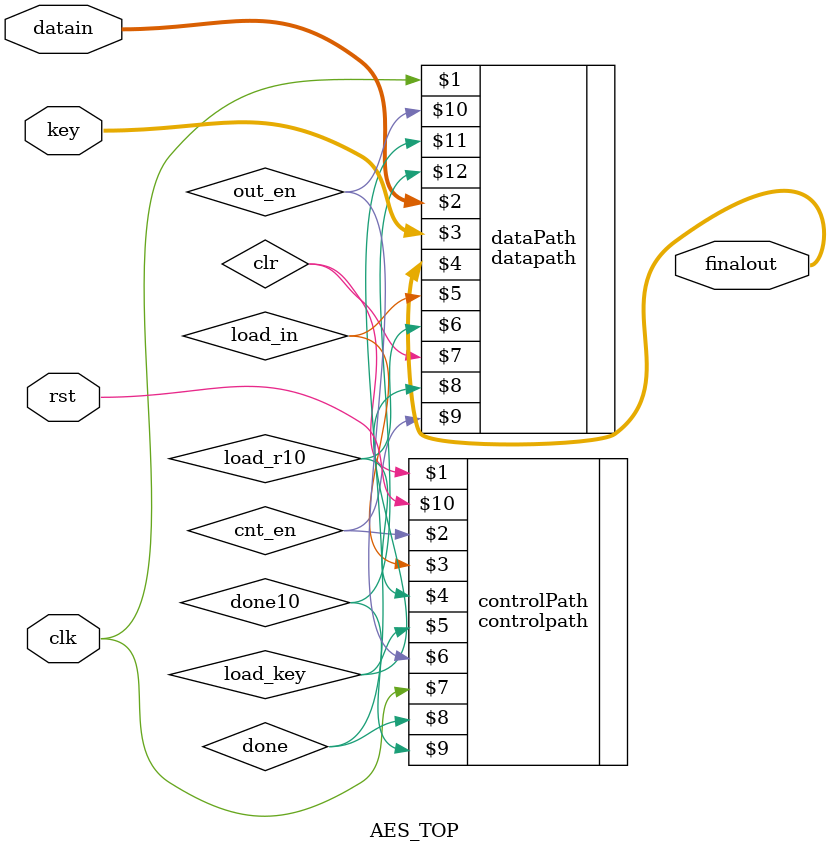
<source format=v>
`timescale 1ns / 1ps

module AES_TOP(clk,rst,finalout,datain,key);
    input clk,rst; 
    input [127:0] datain,key; 
    output [127:0] finalout;

    //wire [127:0] tempout;
    wire load_in,load_r10,clr,load_key,cnt_en,out_en,done,done10;

    datapath    dataPath    (clk,datain,key,finalout,load_in,load_r10,clr,load_key,cnt_en,out_en,done,done10);
    controlpath controlPath (clr,cnt_en,load_in,load_r10,load_key,out_en,clk,done,done10,rst);

    //assign finalout = tempout[127:0];
endmodule
</source>
